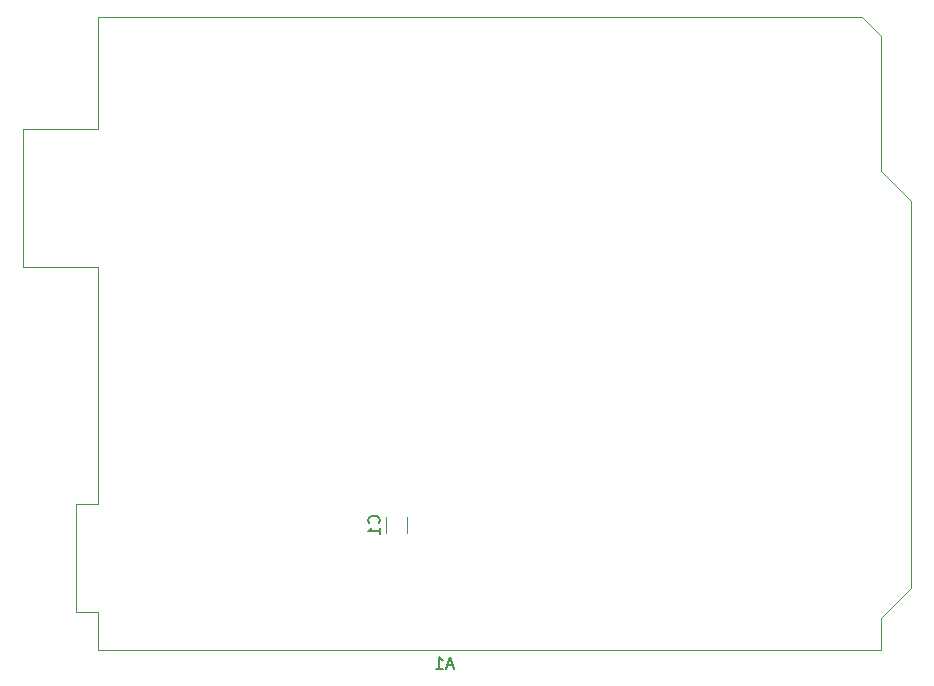
<source format=gbr>
%TF.GenerationSoftware,KiCad,Pcbnew,(5.1.8)-1*%
%TF.CreationDate,2021-08-01T10:57:51-04:00*%
%TF.ProjectId,p3_dx robot controller,70335f64-7820-4726-9f62-6f7420636f6e,rev?*%
%TF.SameCoordinates,Original*%
%TF.FileFunction,Legend,Bot*%
%TF.FilePolarity,Positive*%
%FSLAX46Y46*%
G04 Gerber Fmt 4.6, Leading zero omitted, Abs format (unit mm)*
G04 Created by KiCad (PCBNEW (5.1.8)-1) date 2021-08-01 10:57:51*
%MOMM*%
%LPD*%
G01*
G04 APERTURE LIST*
%ADD10C,0.120000*%
%ADD11C,0.150000*%
G04 APERTURE END LIST*
D10*
%TO.C,A1*%
X58550000Y-15490000D02*
X58550000Y-48260000D01*
X58550000Y-48260000D02*
X56010000Y-50800000D01*
X56010000Y-50800000D02*
X56010000Y-53470000D01*
X56010000Y-53470000D02*
X-10290000Y-53470000D01*
X-10290000Y-53470000D02*
X-10290000Y-50290000D01*
X-10290000Y-50290000D02*
X-12190000Y-50290000D01*
X-12190000Y-50290000D02*
X-12190000Y-41150000D01*
X-12190000Y-41150000D02*
X-10290000Y-41150000D01*
X-10290000Y-41150000D02*
X-10290000Y-21080000D01*
X-10290000Y-21080000D02*
X-16640000Y-21080000D01*
X-16640000Y-21080000D02*
X-16640000Y-9400000D01*
X-16640000Y-9400000D02*
X-10290000Y-9400000D01*
X-10290000Y-9400000D02*
X-10290000Y130000D01*
X-10290000Y130000D02*
X54360000Y130000D01*
X54360000Y130000D02*
X56010000Y-1520000D01*
X56010000Y-1520000D02*
X56010000Y-12950000D01*
X56010000Y-12950000D02*
X58550000Y-15490000D01*
%TO.C,C1*%
X15896000Y-42176248D02*
X15896000Y-43598752D01*
X14076000Y-42176248D02*
X14076000Y-43598752D01*
%TO.C,A1*%
D11*
X19764285Y-54776666D02*
X19288095Y-54776666D01*
X19859523Y-55062380D02*
X19526190Y-54062380D01*
X19192857Y-55062380D01*
X18335714Y-55062380D02*
X18907142Y-55062380D01*
X18621428Y-55062380D02*
X18621428Y-54062380D01*
X18716666Y-54205238D01*
X18811904Y-54300476D01*
X18907142Y-54348095D01*
%TO.C,C1*%
X13493142Y-42720833D02*
X13540761Y-42673214D01*
X13588380Y-42530357D01*
X13588380Y-42435119D01*
X13540761Y-42292261D01*
X13445523Y-42197023D01*
X13350285Y-42149404D01*
X13159809Y-42101785D01*
X13016952Y-42101785D01*
X12826476Y-42149404D01*
X12731238Y-42197023D01*
X12636000Y-42292261D01*
X12588380Y-42435119D01*
X12588380Y-42530357D01*
X12636000Y-42673214D01*
X12683619Y-42720833D01*
X13588380Y-43673214D02*
X13588380Y-43101785D01*
X13588380Y-43387500D02*
X12588380Y-43387500D01*
X12731238Y-43292261D01*
X12826476Y-43197023D01*
X12874095Y-43101785D01*
%TD*%
M02*

</source>
